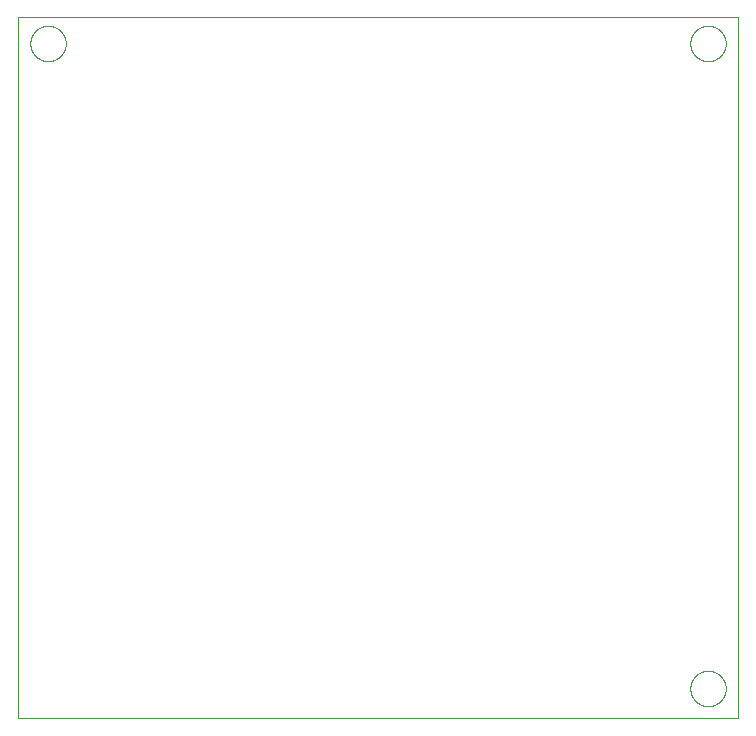
<source format=gko>
G75*
%MOIN*%
%OFA0B0*%
%FSLAX25Y25*%
%IPPOS*%
%LPD*%
%AMOC8*
5,1,8,0,0,1.08239X$1,22.5*
%
%ADD10C,0.00000*%
D10*
X0001500Y0020000D02*
X0001500Y0253701D01*
X0241421Y0253701D01*
X0241421Y0020000D01*
X0001500Y0020000D01*
X0005595Y0245000D02*
X0005597Y0245153D01*
X0005603Y0245306D01*
X0005613Y0245459D01*
X0005627Y0245612D01*
X0005645Y0245764D01*
X0005667Y0245916D01*
X0005692Y0246067D01*
X0005722Y0246218D01*
X0005755Y0246367D01*
X0005793Y0246516D01*
X0005834Y0246664D01*
X0005879Y0246810D01*
X0005928Y0246955D01*
X0005981Y0247099D01*
X0006037Y0247242D01*
X0006097Y0247383D01*
X0006161Y0247523D01*
X0006228Y0247660D01*
X0006299Y0247796D01*
X0006373Y0247930D01*
X0006451Y0248062D01*
X0006532Y0248192D01*
X0006617Y0248320D01*
X0006705Y0248446D01*
X0006796Y0248569D01*
X0006890Y0248690D01*
X0006987Y0248809D01*
X0007088Y0248925D01*
X0007191Y0249038D01*
X0007298Y0249148D01*
X0007407Y0249256D01*
X0007518Y0249361D01*
X0007633Y0249463D01*
X0007750Y0249562D01*
X0007870Y0249657D01*
X0007992Y0249750D01*
X0008117Y0249840D01*
X0008243Y0249926D01*
X0008372Y0250009D01*
X0008503Y0250088D01*
X0008636Y0250164D01*
X0008771Y0250237D01*
X0008908Y0250306D01*
X0009047Y0250371D01*
X0009187Y0250433D01*
X0009329Y0250491D01*
X0009472Y0250546D01*
X0009617Y0250597D01*
X0009763Y0250644D01*
X0009910Y0250687D01*
X0010058Y0250726D01*
X0010207Y0250762D01*
X0010357Y0250793D01*
X0010508Y0250821D01*
X0010660Y0250845D01*
X0010812Y0250865D01*
X0010964Y0250881D01*
X0011117Y0250893D01*
X0011270Y0250901D01*
X0011423Y0250905D01*
X0011577Y0250905D01*
X0011730Y0250901D01*
X0011883Y0250893D01*
X0012036Y0250881D01*
X0012188Y0250865D01*
X0012340Y0250845D01*
X0012492Y0250821D01*
X0012643Y0250793D01*
X0012793Y0250762D01*
X0012942Y0250726D01*
X0013090Y0250687D01*
X0013237Y0250644D01*
X0013383Y0250597D01*
X0013528Y0250546D01*
X0013671Y0250491D01*
X0013813Y0250433D01*
X0013953Y0250371D01*
X0014092Y0250306D01*
X0014229Y0250237D01*
X0014364Y0250164D01*
X0014497Y0250088D01*
X0014628Y0250009D01*
X0014757Y0249926D01*
X0014883Y0249840D01*
X0015008Y0249750D01*
X0015130Y0249657D01*
X0015250Y0249562D01*
X0015367Y0249463D01*
X0015482Y0249361D01*
X0015593Y0249256D01*
X0015702Y0249148D01*
X0015809Y0249038D01*
X0015912Y0248925D01*
X0016013Y0248809D01*
X0016110Y0248690D01*
X0016204Y0248569D01*
X0016295Y0248446D01*
X0016383Y0248320D01*
X0016468Y0248192D01*
X0016549Y0248062D01*
X0016627Y0247930D01*
X0016701Y0247796D01*
X0016772Y0247660D01*
X0016839Y0247523D01*
X0016903Y0247383D01*
X0016963Y0247242D01*
X0017019Y0247099D01*
X0017072Y0246955D01*
X0017121Y0246810D01*
X0017166Y0246664D01*
X0017207Y0246516D01*
X0017245Y0246367D01*
X0017278Y0246218D01*
X0017308Y0246067D01*
X0017333Y0245916D01*
X0017355Y0245764D01*
X0017373Y0245612D01*
X0017387Y0245459D01*
X0017397Y0245306D01*
X0017403Y0245153D01*
X0017405Y0245000D01*
X0017403Y0244847D01*
X0017397Y0244694D01*
X0017387Y0244541D01*
X0017373Y0244388D01*
X0017355Y0244236D01*
X0017333Y0244084D01*
X0017308Y0243933D01*
X0017278Y0243782D01*
X0017245Y0243633D01*
X0017207Y0243484D01*
X0017166Y0243336D01*
X0017121Y0243190D01*
X0017072Y0243045D01*
X0017019Y0242901D01*
X0016963Y0242758D01*
X0016903Y0242617D01*
X0016839Y0242477D01*
X0016772Y0242340D01*
X0016701Y0242204D01*
X0016627Y0242070D01*
X0016549Y0241938D01*
X0016468Y0241808D01*
X0016383Y0241680D01*
X0016295Y0241554D01*
X0016204Y0241431D01*
X0016110Y0241310D01*
X0016013Y0241191D01*
X0015912Y0241075D01*
X0015809Y0240962D01*
X0015702Y0240852D01*
X0015593Y0240744D01*
X0015482Y0240639D01*
X0015367Y0240537D01*
X0015250Y0240438D01*
X0015130Y0240343D01*
X0015008Y0240250D01*
X0014883Y0240160D01*
X0014757Y0240074D01*
X0014628Y0239991D01*
X0014497Y0239912D01*
X0014364Y0239836D01*
X0014229Y0239763D01*
X0014092Y0239694D01*
X0013953Y0239629D01*
X0013813Y0239567D01*
X0013671Y0239509D01*
X0013528Y0239454D01*
X0013383Y0239403D01*
X0013237Y0239356D01*
X0013090Y0239313D01*
X0012942Y0239274D01*
X0012793Y0239238D01*
X0012643Y0239207D01*
X0012492Y0239179D01*
X0012340Y0239155D01*
X0012188Y0239135D01*
X0012036Y0239119D01*
X0011883Y0239107D01*
X0011730Y0239099D01*
X0011577Y0239095D01*
X0011423Y0239095D01*
X0011270Y0239099D01*
X0011117Y0239107D01*
X0010964Y0239119D01*
X0010812Y0239135D01*
X0010660Y0239155D01*
X0010508Y0239179D01*
X0010357Y0239207D01*
X0010207Y0239238D01*
X0010058Y0239274D01*
X0009910Y0239313D01*
X0009763Y0239356D01*
X0009617Y0239403D01*
X0009472Y0239454D01*
X0009329Y0239509D01*
X0009187Y0239567D01*
X0009047Y0239629D01*
X0008908Y0239694D01*
X0008771Y0239763D01*
X0008636Y0239836D01*
X0008503Y0239912D01*
X0008372Y0239991D01*
X0008243Y0240074D01*
X0008117Y0240160D01*
X0007992Y0240250D01*
X0007870Y0240343D01*
X0007750Y0240438D01*
X0007633Y0240537D01*
X0007518Y0240639D01*
X0007407Y0240744D01*
X0007298Y0240852D01*
X0007191Y0240962D01*
X0007088Y0241075D01*
X0006987Y0241191D01*
X0006890Y0241310D01*
X0006796Y0241431D01*
X0006705Y0241554D01*
X0006617Y0241680D01*
X0006532Y0241808D01*
X0006451Y0241938D01*
X0006373Y0242070D01*
X0006299Y0242204D01*
X0006228Y0242340D01*
X0006161Y0242477D01*
X0006097Y0242617D01*
X0006037Y0242758D01*
X0005981Y0242901D01*
X0005928Y0243045D01*
X0005879Y0243190D01*
X0005834Y0243336D01*
X0005793Y0243484D01*
X0005755Y0243633D01*
X0005722Y0243782D01*
X0005692Y0243933D01*
X0005667Y0244084D01*
X0005645Y0244236D01*
X0005627Y0244388D01*
X0005613Y0244541D01*
X0005603Y0244694D01*
X0005597Y0244847D01*
X0005595Y0245000D01*
X0225595Y0245000D02*
X0225597Y0245153D01*
X0225603Y0245306D01*
X0225613Y0245459D01*
X0225627Y0245612D01*
X0225645Y0245764D01*
X0225667Y0245916D01*
X0225692Y0246067D01*
X0225722Y0246218D01*
X0225755Y0246367D01*
X0225793Y0246516D01*
X0225834Y0246664D01*
X0225879Y0246810D01*
X0225928Y0246955D01*
X0225981Y0247099D01*
X0226037Y0247242D01*
X0226097Y0247383D01*
X0226161Y0247523D01*
X0226228Y0247660D01*
X0226299Y0247796D01*
X0226373Y0247930D01*
X0226451Y0248062D01*
X0226532Y0248192D01*
X0226617Y0248320D01*
X0226705Y0248446D01*
X0226796Y0248569D01*
X0226890Y0248690D01*
X0226987Y0248809D01*
X0227088Y0248925D01*
X0227191Y0249038D01*
X0227298Y0249148D01*
X0227407Y0249256D01*
X0227518Y0249361D01*
X0227633Y0249463D01*
X0227750Y0249562D01*
X0227870Y0249657D01*
X0227992Y0249750D01*
X0228117Y0249840D01*
X0228243Y0249926D01*
X0228372Y0250009D01*
X0228503Y0250088D01*
X0228636Y0250164D01*
X0228771Y0250237D01*
X0228908Y0250306D01*
X0229047Y0250371D01*
X0229187Y0250433D01*
X0229329Y0250491D01*
X0229472Y0250546D01*
X0229617Y0250597D01*
X0229763Y0250644D01*
X0229910Y0250687D01*
X0230058Y0250726D01*
X0230207Y0250762D01*
X0230357Y0250793D01*
X0230508Y0250821D01*
X0230660Y0250845D01*
X0230812Y0250865D01*
X0230964Y0250881D01*
X0231117Y0250893D01*
X0231270Y0250901D01*
X0231423Y0250905D01*
X0231577Y0250905D01*
X0231730Y0250901D01*
X0231883Y0250893D01*
X0232036Y0250881D01*
X0232188Y0250865D01*
X0232340Y0250845D01*
X0232492Y0250821D01*
X0232643Y0250793D01*
X0232793Y0250762D01*
X0232942Y0250726D01*
X0233090Y0250687D01*
X0233237Y0250644D01*
X0233383Y0250597D01*
X0233528Y0250546D01*
X0233671Y0250491D01*
X0233813Y0250433D01*
X0233953Y0250371D01*
X0234092Y0250306D01*
X0234229Y0250237D01*
X0234364Y0250164D01*
X0234497Y0250088D01*
X0234628Y0250009D01*
X0234757Y0249926D01*
X0234883Y0249840D01*
X0235008Y0249750D01*
X0235130Y0249657D01*
X0235250Y0249562D01*
X0235367Y0249463D01*
X0235482Y0249361D01*
X0235593Y0249256D01*
X0235702Y0249148D01*
X0235809Y0249038D01*
X0235912Y0248925D01*
X0236013Y0248809D01*
X0236110Y0248690D01*
X0236204Y0248569D01*
X0236295Y0248446D01*
X0236383Y0248320D01*
X0236468Y0248192D01*
X0236549Y0248062D01*
X0236627Y0247930D01*
X0236701Y0247796D01*
X0236772Y0247660D01*
X0236839Y0247523D01*
X0236903Y0247383D01*
X0236963Y0247242D01*
X0237019Y0247099D01*
X0237072Y0246955D01*
X0237121Y0246810D01*
X0237166Y0246664D01*
X0237207Y0246516D01*
X0237245Y0246367D01*
X0237278Y0246218D01*
X0237308Y0246067D01*
X0237333Y0245916D01*
X0237355Y0245764D01*
X0237373Y0245612D01*
X0237387Y0245459D01*
X0237397Y0245306D01*
X0237403Y0245153D01*
X0237405Y0245000D01*
X0237403Y0244847D01*
X0237397Y0244694D01*
X0237387Y0244541D01*
X0237373Y0244388D01*
X0237355Y0244236D01*
X0237333Y0244084D01*
X0237308Y0243933D01*
X0237278Y0243782D01*
X0237245Y0243633D01*
X0237207Y0243484D01*
X0237166Y0243336D01*
X0237121Y0243190D01*
X0237072Y0243045D01*
X0237019Y0242901D01*
X0236963Y0242758D01*
X0236903Y0242617D01*
X0236839Y0242477D01*
X0236772Y0242340D01*
X0236701Y0242204D01*
X0236627Y0242070D01*
X0236549Y0241938D01*
X0236468Y0241808D01*
X0236383Y0241680D01*
X0236295Y0241554D01*
X0236204Y0241431D01*
X0236110Y0241310D01*
X0236013Y0241191D01*
X0235912Y0241075D01*
X0235809Y0240962D01*
X0235702Y0240852D01*
X0235593Y0240744D01*
X0235482Y0240639D01*
X0235367Y0240537D01*
X0235250Y0240438D01*
X0235130Y0240343D01*
X0235008Y0240250D01*
X0234883Y0240160D01*
X0234757Y0240074D01*
X0234628Y0239991D01*
X0234497Y0239912D01*
X0234364Y0239836D01*
X0234229Y0239763D01*
X0234092Y0239694D01*
X0233953Y0239629D01*
X0233813Y0239567D01*
X0233671Y0239509D01*
X0233528Y0239454D01*
X0233383Y0239403D01*
X0233237Y0239356D01*
X0233090Y0239313D01*
X0232942Y0239274D01*
X0232793Y0239238D01*
X0232643Y0239207D01*
X0232492Y0239179D01*
X0232340Y0239155D01*
X0232188Y0239135D01*
X0232036Y0239119D01*
X0231883Y0239107D01*
X0231730Y0239099D01*
X0231577Y0239095D01*
X0231423Y0239095D01*
X0231270Y0239099D01*
X0231117Y0239107D01*
X0230964Y0239119D01*
X0230812Y0239135D01*
X0230660Y0239155D01*
X0230508Y0239179D01*
X0230357Y0239207D01*
X0230207Y0239238D01*
X0230058Y0239274D01*
X0229910Y0239313D01*
X0229763Y0239356D01*
X0229617Y0239403D01*
X0229472Y0239454D01*
X0229329Y0239509D01*
X0229187Y0239567D01*
X0229047Y0239629D01*
X0228908Y0239694D01*
X0228771Y0239763D01*
X0228636Y0239836D01*
X0228503Y0239912D01*
X0228372Y0239991D01*
X0228243Y0240074D01*
X0228117Y0240160D01*
X0227992Y0240250D01*
X0227870Y0240343D01*
X0227750Y0240438D01*
X0227633Y0240537D01*
X0227518Y0240639D01*
X0227407Y0240744D01*
X0227298Y0240852D01*
X0227191Y0240962D01*
X0227088Y0241075D01*
X0226987Y0241191D01*
X0226890Y0241310D01*
X0226796Y0241431D01*
X0226705Y0241554D01*
X0226617Y0241680D01*
X0226532Y0241808D01*
X0226451Y0241938D01*
X0226373Y0242070D01*
X0226299Y0242204D01*
X0226228Y0242340D01*
X0226161Y0242477D01*
X0226097Y0242617D01*
X0226037Y0242758D01*
X0225981Y0242901D01*
X0225928Y0243045D01*
X0225879Y0243190D01*
X0225834Y0243336D01*
X0225793Y0243484D01*
X0225755Y0243633D01*
X0225722Y0243782D01*
X0225692Y0243933D01*
X0225667Y0244084D01*
X0225645Y0244236D01*
X0225627Y0244388D01*
X0225613Y0244541D01*
X0225603Y0244694D01*
X0225597Y0244847D01*
X0225595Y0245000D01*
X0225595Y0030000D02*
X0225597Y0030153D01*
X0225603Y0030306D01*
X0225613Y0030459D01*
X0225627Y0030612D01*
X0225645Y0030764D01*
X0225667Y0030916D01*
X0225692Y0031067D01*
X0225722Y0031218D01*
X0225755Y0031367D01*
X0225793Y0031516D01*
X0225834Y0031664D01*
X0225879Y0031810D01*
X0225928Y0031955D01*
X0225981Y0032099D01*
X0226037Y0032242D01*
X0226097Y0032383D01*
X0226161Y0032523D01*
X0226228Y0032660D01*
X0226299Y0032796D01*
X0226373Y0032930D01*
X0226451Y0033062D01*
X0226532Y0033192D01*
X0226617Y0033320D01*
X0226705Y0033446D01*
X0226796Y0033569D01*
X0226890Y0033690D01*
X0226987Y0033809D01*
X0227088Y0033925D01*
X0227191Y0034038D01*
X0227298Y0034148D01*
X0227407Y0034256D01*
X0227518Y0034361D01*
X0227633Y0034463D01*
X0227750Y0034562D01*
X0227870Y0034657D01*
X0227992Y0034750D01*
X0228117Y0034840D01*
X0228243Y0034926D01*
X0228372Y0035009D01*
X0228503Y0035088D01*
X0228636Y0035164D01*
X0228771Y0035237D01*
X0228908Y0035306D01*
X0229047Y0035371D01*
X0229187Y0035433D01*
X0229329Y0035491D01*
X0229472Y0035546D01*
X0229617Y0035597D01*
X0229763Y0035644D01*
X0229910Y0035687D01*
X0230058Y0035726D01*
X0230207Y0035762D01*
X0230357Y0035793D01*
X0230508Y0035821D01*
X0230660Y0035845D01*
X0230812Y0035865D01*
X0230964Y0035881D01*
X0231117Y0035893D01*
X0231270Y0035901D01*
X0231423Y0035905D01*
X0231577Y0035905D01*
X0231730Y0035901D01*
X0231883Y0035893D01*
X0232036Y0035881D01*
X0232188Y0035865D01*
X0232340Y0035845D01*
X0232492Y0035821D01*
X0232643Y0035793D01*
X0232793Y0035762D01*
X0232942Y0035726D01*
X0233090Y0035687D01*
X0233237Y0035644D01*
X0233383Y0035597D01*
X0233528Y0035546D01*
X0233671Y0035491D01*
X0233813Y0035433D01*
X0233953Y0035371D01*
X0234092Y0035306D01*
X0234229Y0035237D01*
X0234364Y0035164D01*
X0234497Y0035088D01*
X0234628Y0035009D01*
X0234757Y0034926D01*
X0234883Y0034840D01*
X0235008Y0034750D01*
X0235130Y0034657D01*
X0235250Y0034562D01*
X0235367Y0034463D01*
X0235482Y0034361D01*
X0235593Y0034256D01*
X0235702Y0034148D01*
X0235809Y0034038D01*
X0235912Y0033925D01*
X0236013Y0033809D01*
X0236110Y0033690D01*
X0236204Y0033569D01*
X0236295Y0033446D01*
X0236383Y0033320D01*
X0236468Y0033192D01*
X0236549Y0033062D01*
X0236627Y0032930D01*
X0236701Y0032796D01*
X0236772Y0032660D01*
X0236839Y0032523D01*
X0236903Y0032383D01*
X0236963Y0032242D01*
X0237019Y0032099D01*
X0237072Y0031955D01*
X0237121Y0031810D01*
X0237166Y0031664D01*
X0237207Y0031516D01*
X0237245Y0031367D01*
X0237278Y0031218D01*
X0237308Y0031067D01*
X0237333Y0030916D01*
X0237355Y0030764D01*
X0237373Y0030612D01*
X0237387Y0030459D01*
X0237397Y0030306D01*
X0237403Y0030153D01*
X0237405Y0030000D01*
X0237403Y0029847D01*
X0237397Y0029694D01*
X0237387Y0029541D01*
X0237373Y0029388D01*
X0237355Y0029236D01*
X0237333Y0029084D01*
X0237308Y0028933D01*
X0237278Y0028782D01*
X0237245Y0028633D01*
X0237207Y0028484D01*
X0237166Y0028336D01*
X0237121Y0028190D01*
X0237072Y0028045D01*
X0237019Y0027901D01*
X0236963Y0027758D01*
X0236903Y0027617D01*
X0236839Y0027477D01*
X0236772Y0027340D01*
X0236701Y0027204D01*
X0236627Y0027070D01*
X0236549Y0026938D01*
X0236468Y0026808D01*
X0236383Y0026680D01*
X0236295Y0026554D01*
X0236204Y0026431D01*
X0236110Y0026310D01*
X0236013Y0026191D01*
X0235912Y0026075D01*
X0235809Y0025962D01*
X0235702Y0025852D01*
X0235593Y0025744D01*
X0235482Y0025639D01*
X0235367Y0025537D01*
X0235250Y0025438D01*
X0235130Y0025343D01*
X0235008Y0025250D01*
X0234883Y0025160D01*
X0234757Y0025074D01*
X0234628Y0024991D01*
X0234497Y0024912D01*
X0234364Y0024836D01*
X0234229Y0024763D01*
X0234092Y0024694D01*
X0233953Y0024629D01*
X0233813Y0024567D01*
X0233671Y0024509D01*
X0233528Y0024454D01*
X0233383Y0024403D01*
X0233237Y0024356D01*
X0233090Y0024313D01*
X0232942Y0024274D01*
X0232793Y0024238D01*
X0232643Y0024207D01*
X0232492Y0024179D01*
X0232340Y0024155D01*
X0232188Y0024135D01*
X0232036Y0024119D01*
X0231883Y0024107D01*
X0231730Y0024099D01*
X0231577Y0024095D01*
X0231423Y0024095D01*
X0231270Y0024099D01*
X0231117Y0024107D01*
X0230964Y0024119D01*
X0230812Y0024135D01*
X0230660Y0024155D01*
X0230508Y0024179D01*
X0230357Y0024207D01*
X0230207Y0024238D01*
X0230058Y0024274D01*
X0229910Y0024313D01*
X0229763Y0024356D01*
X0229617Y0024403D01*
X0229472Y0024454D01*
X0229329Y0024509D01*
X0229187Y0024567D01*
X0229047Y0024629D01*
X0228908Y0024694D01*
X0228771Y0024763D01*
X0228636Y0024836D01*
X0228503Y0024912D01*
X0228372Y0024991D01*
X0228243Y0025074D01*
X0228117Y0025160D01*
X0227992Y0025250D01*
X0227870Y0025343D01*
X0227750Y0025438D01*
X0227633Y0025537D01*
X0227518Y0025639D01*
X0227407Y0025744D01*
X0227298Y0025852D01*
X0227191Y0025962D01*
X0227088Y0026075D01*
X0226987Y0026191D01*
X0226890Y0026310D01*
X0226796Y0026431D01*
X0226705Y0026554D01*
X0226617Y0026680D01*
X0226532Y0026808D01*
X0226451Y0026938D01*
X0226373Y0027070D01*
X0226299Y0027204D01*
X0226228Y0027340D01*
X0226161Y0027477D01*
X0226097Y0027617D01*
X0226037Y0027758D01*
X0225981Y0027901D01*
X0225928Y0028045D01*
X0225879Y0028190D01*
X0225834Y0028336D01*
X0225793Y0028484D01*
X0225755Y0028633D01*
X0225722Y0028782D01*
X0225692Y0028933D01*
X0225667Y0029084D01*
X0225645Y0029236D01*
X0225627Y0029388D01*
X0225613Y0029541D01*
X0225603Y0029694D01*
X0225597Y0029847D01*
X0225595Y0030000D01*
M02*

</source>
